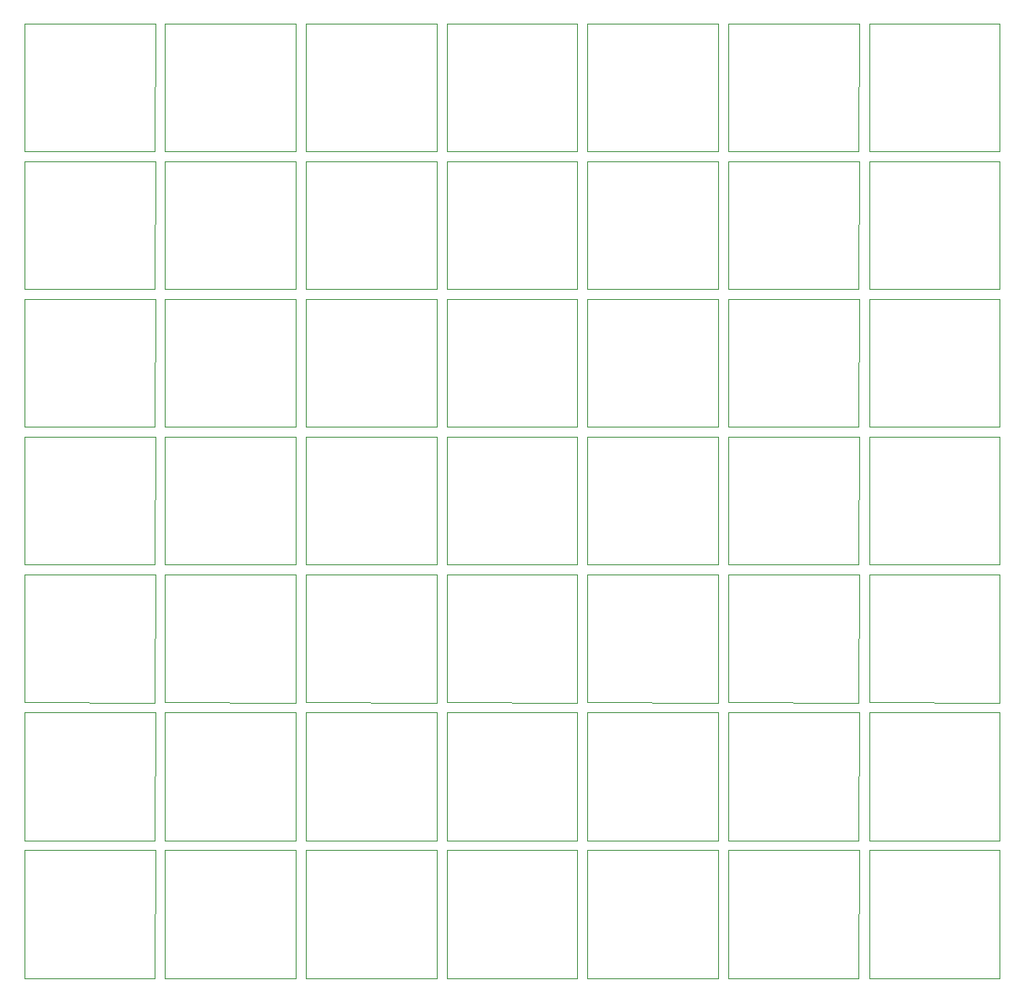
<source format=gm1>
G04 Layer_Color=16711935*
%FSLAX44Y44*%
%MOMM*%
G71*
G01*
G75*
%ADD30C,0.0000*%
D30*
X716980Y21916D02*
Y149932D01*
X848044D01*
X847790Y21840D02*
X848044Y149932D01*
X716980Y21916D02*
X847790Y21840D01*
X858040Y21916D02*
Y149932D01*
X989104D01*
X988850Y21840D02*
X989104Y149932D01*
X858040Y21916D02*
X988850Y21840D01*
X716980Y160006D02*
Y288022D01*
X848044D01*
X847790Y159930D02*
X848044Y288022D01*
X716980Y160006D02*
X847790Y159930D01*
X858040Y160006D02*
Y288022D01*
X989104D01*
X988850Y159930D02*
X989104Y288022D01*
X858040Y160006D02*
X988850Y159930D01*
X716980Y298096D02*
Y426112D01*
X848044D01*
X847790Y298020D02*
X848044Y426112D01*
X716980Y298096D02*
X847790Y298020D01*
X858040Y298096D02*
Y426112D01*
X989104D01*
X988850Y298020D02*
X989104Y426112D01*
X858040Y298096D02*
X988850Y298020D01*
X716980Y436186D02*
Y564202D01*
X848044D01*
X847790Y436110D02*
X848044Y564202D01*
X716980Y436186D02*
X847790Y436110D01*
X858040Y436186D02*
Y564202D01*
X989104D01*
X988850Y436110D02*
X989104Y564202D01*
X858040Y436186D02*
X988850Y436110D01*
X716980Y574276D02*
Y702292D01*
X848044D01*
X847790Y574200D02*
X848044Y702292D01*
X716980Y574276D02*
X847790Y574200D01*
X858040Y574276D02*
Y702292D01*
X989104D01*
X988850Y574200D02*
X989104Y702292D01*
X858040Y574276D02*
X988850Y574200D01*
X716980Y712366D02*
Y840382D01*
X848044D01*
X847790Y712290D02*
X848044Y840382D01*
X716980Y712366D02*
X847790Y712290D01*
X858040Y712366D02*
Y840382D01*
X989104D01*
X988850Y712290D02*
X989104Y840382D01*
X858040Y712366D02*
X988850Y712290D01*
X716980Y850456D02*
Y978472D01*
X848044D01*
X847790Y850380D02*
X848044Y978472D01*
X716980Y850456D02*
X847790Y850380D01*
X858040Y850456D02*
Y978472D01*
X989104D01*
X988850Y850380D02*
X989104Y978472D01*
X858040Y850456D02*
X988850Y850380D01*
X575920Y21916D02*
Y149932D01*
X706984D01*
X706730Y21840D02*
X706984Y149932D01*
X575920Y21916D02*
X706730Y21840D01*
X575920Y160006D02*
Y288022D01*
X706984D01*
X706730Y159930D02*
X706984Y288022D01*
X575920Y160006D02*
X706730Y159930D01*
X575920Y298096D02*
Y426112D01*
X706984D01*
X706730Y298020D02*
X706984Y426112D01*
X575920Y298096D02*
X706730Y298020D01*
X575920Y436186D02*
Y564202D01*
X706984D01*
X706730Y436110D02*
X706984Y564202D01*
X575920Y436186D02*
X706730Y436110D01*
X575920Y574276D02*
Y702292D01*
X706984D01*
X706730Y574200D02*
X706984Y702292D01*
X575920Y574276D02*
X706730Y574200D01*
X575920Y712366D02*
Y840382D01*
X706984D01*
X706730Y712290D02*
X706984Y840382D01*
X575920Y712366D02*
X706730Y712290D01*
X575920Y850456D02*
Y978472D01*
X706984D01*
X706730Y850380D02*
X706984Y978472D01*
X575920Y850456D02*
X706730Y850380D01*
X293800Y21916D02*
Y149932D01*
X424864D01*
X424610Y21840D02*
X424864Y149932D01*
X293800Y21916D02*
X424610Y21840D01*
X434860Y21916D02*
Y149932D01*
X565924D01*
X565670Y21840D02*
X565924Y149932D01*
X434860Y21916D02*
X565670Y21840D01*
X293800Y160006D02*
Y288022D01*
X424864D01*
X424610Y159930D02*
X424864Y288022D01*
X293800Y160006D02*
X424610Y159930D01*
X434860Y160006D02*
Y288022D01*
X565924D01*
X565670Y159930D02*
X565924Y288022D01*
X434860Y160006D02*
X565670Y159930D01*
X293800Y298096D02*
Y426112D01*
X424864D01*
X424610Y298020D02*
X424864Y426112D01*
X293800Y298096D02*
X424610Y298020D01*
X434860Y298096D02*
Y426112D01*
X565924D01*
X565670Y298020D02*
X565924Y426112D01*
X434860Y298096D02*
X565670Y298020D01*
X293800Y436186D02*
Y564202D01*
X424864D01*
X424610Y436110D02*
X424864Y564202D01*
X293800Y436186D02*
X424610Y436110D01*
X434860Y436186D02*
Y564202D01*
X565924D01*
X565670Y436110D02*
X565924Y564202D01*
X434860Y436186D02*
X565670Y436110D01*
X293800Y574276D02*
Y702292D01*
X424864D01*
X424610Y574200D02*
X424864Y702292D01*
X293800Y574276D02*
X424610Y574200D01*
X434860Y574276D02*
Y702292D01*
X565924D01*
X565670Y574200D02*
X565924Y702292D01*
X434860Y574276D02*
X565670Y574200D01*
X293800Y712366D02*
Y840382D01*
X424864D01*
X424610Y712290D02*
X424864Y840382D01*
X293800Y712366D02*
X424610Y712290D01*
X434860Y712366D02*
Y840382D01*
X565924D01*
X565670Y712290D02*
X565924Y840382D01*
X434860Y712366D02*
X565670Y712290D01*
X293800Y850456D02*
Y978472D01*
X424864D01*
X424610Y850380D02*
X424864Y978472D01*
X293800Y850456D02*
X424610Y850380D01*
X434860Y850456D02*
Y978472D01*
X565924D01*
X565670Y850380D02*
X565924Y978472D01*
X434860Y850456D02*
X565670Y850380D01*
X11685Y21921D02*
Y149937D01*
X142749D01*
X142495Y21845D02*
X142749Y149937D01*
X11685Y21921D02*
X142495Y21845D01*
X152745Y21921D02*
Y149937D01*
X283809D01*
X283555Y21845D02*
X283809Y149937D01*
X152745Y21921D02*
X283555Y21845D01*
X11685Y160011D02*
Y288027D01*
X142749D01*
X142495Y159935D02*
X142749Y288027D01*
X11685Y160011D02*
X142495Y159935D01*
X152745Y160011D02*
Y288027D01*
X283809D01*
X283555Y159935D02*
X283809Y288027D01*
X152745Y160011D02*
X283555Y159935D01*
X11685Y298101D02*
Y426117D01*
X142749D01*
X142495Y298025D02*
X142749Y426117D01*
X11685Y298101D02*
X142495Y298025D01*
X152745Y298101D02*
Y426117D01*
X283809D01*
X283555Y298025D02*
X283809Y426117D01*
X152745Y298101D02*
X283555Y298025D01*
X11685Y436191D02*
Y564207D01*
X142749D01*
X142495Y436115D02*
X142749Y564207D01*
X11685Y436191D02*
X142495Y436115D01*
X152745Y436191D02*
Y564207D01*
X283809D01*
X283555Y436115D02*
X283809Y564207D01*
X152745Y436191D02*
X283555Y436115D01*
X11685Y574281D02*
Y702297D01*
X142749D01*
X142495Y574205D02*
X142749Y702297D01*
X11685Y574281D02*
X142495Y574205D01*
X152745Y574281D02*
Y702297D01*
X283809D01*
X283555Y574205D02*
X283809Y702297D01*
X152745Y574281D02*
X283555Y574205D01*
X11685Y712371D02*
Y840387D01*
X142749D01*
X142495Y712295D02*
X142749Y840387D01*
X11685Y712371D02*
X142495Y712295D01*
X152745Y712371D02*
Y840387D01*
X283809D01*
X283555Y712295D02*
X283809Y840387D01*
X152745Y712371D02*
X283555Y712295D01*
X11685Y850461D02*
Y978477D01*
X142749D01*
X142495Y850385D02*
X142749Y978477D01*
X11685Y850461D02*
X142495Y850385D01*
X152745Y850461D02*
Y978477D01*
X283809D01*
X283555Y850385D02*
X283809Y978477D01*
X152745Y850461D02*
X283555Y850385D01*
M02*

</source>
